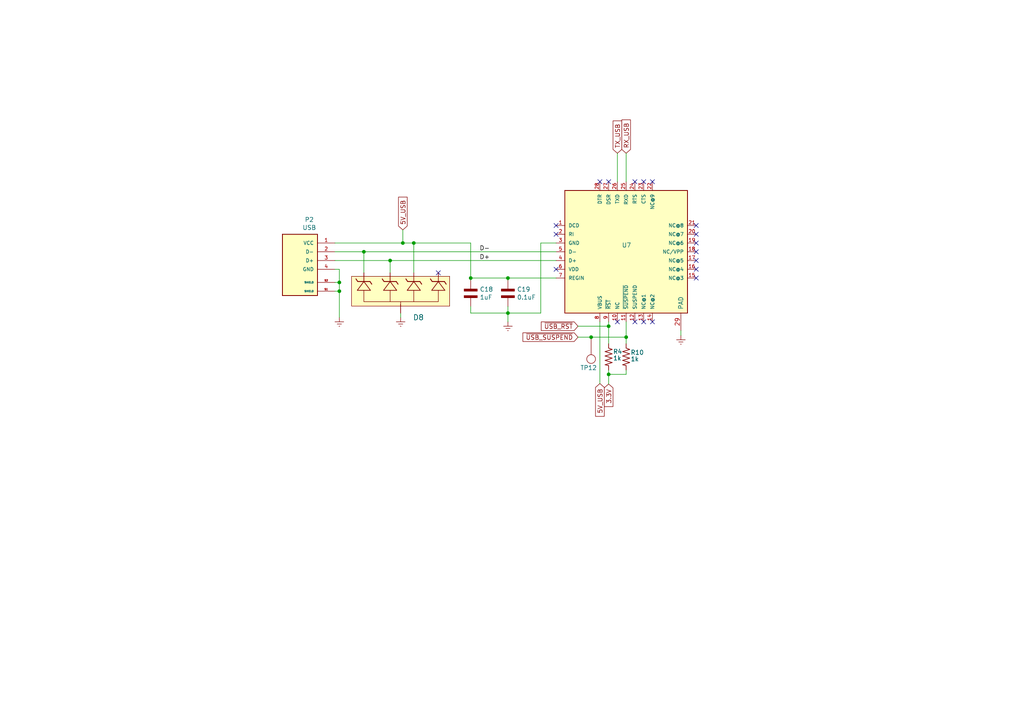
<source format=kicad_sch>
(kicad_sch (version 20211123) (generator eeschema)
  (paper "A4")
  (title_block (title "Liquids Engine Microcontroller USB") (date "2021-06-29") (rev "1.0") (company "Sun Devil Rocketry ") (comment 1 "Author: Colton Acosta"))
  (lib_symbols
    (symbol "Engine-Controller:CAP_0603" (pin_numbers hide) (pin_names (offset 1.016) hide)
      (property "Reference" "C" (at -1.27 3.81 0))
      (property "Value" "Engine-Controller_CAP_0603" (at -3.81 -3.81 0))
      (symbol "CAP_0603_0_0"
        (rectangle (start -1.27 -1.905) (end -0.635 1.905) (fill (type outline)))
        (rectangle (start 0.635 -1.905) (end 1.27 1.905) (fill (type outline)))
        (pin passive line (at 3.81 0 180) (length 2.54) (name "~") (number "1"))
        (pin passive line (at -3.81 0 0) (length 2.54) (name "~") (number "2"))
      )
    )
    (symbol "Engine-Controller:CP2102-GMR(QFN28)" (pin_names (offset 1.016))
      (property "Reference" "U" (at -15.24 19.05 0))
      (symbol "CP2102-GMR(QFN28)_0_0"
        (rectangle (start -17.78 17.78) (end 17.78 -17.78) (stroke (width 0.254)) (fill (type background)))
        (pin bidirectional line (at -20.32 7.62 0) (length 2.54) (name "DCD") (number "1"))
        (pin bidirectional line (at -2.54 -20.32 90) (length 2.54) (name "NC") (number "10"))
        (pin bidirectional line (at 0 -20.32 90) (length 2.54) (name "~{SUSPEND}") (number "11"))
        (pin bidirectional line (at 2.54 -20.32 90) (length 2.54) (name "SUSPEND") (number "12"))
        (pin bidirectional line (at 5.08 -20.32 90) (length 2.54) (name "NC@1") (number "13"))
        (pin bidirectional line (at 7.62 -20.32 90) (length 2.54) (name "NC@2") (number "14"))
        (pin bidirectional line (at 20.32 -7.62 180) (length 2.54) (name "NC@3") (number "15"))
        (pin bidirectional line (at 20.32 -5.08 180) (length 2.54) (name "NC@4") (number "16"))
        (pin bidirectional line (at 20.32 -2.54 180) (length 2.54) (name "NC@5") (number "17"))
        (pin bidirectional line (at 20.32 0 180) (length 2.54) (name "NC/VPP") (number "18"))
        (pin bidirectional line (at 20.32 2.54 180) (length 2.54) (name "NC@6") (number "19"))
        (pin bidirectional line (at -20.32 5.08 0) (length 2.54) (name "RI") (number "2"))
        (pin bidirectional line (at 20.32 5.08 180) (length 2.54) (name "NC@7") (number "20"))
        (pin bidirectional line (at 20.32 7.62 180) (length 2.54) (name "NC@8") (number "21"))
        (pin bidirectional line (at 7.62 20.32 270) (length 2.54) (name "NC@9") (number "22"))
        (pin bidirectional line (at 5.08 20.32 270) (length 2.54) (name "CTS") (number "23"))
        (pin bidirectional line (at 2.54 20.32 270) (length 2.54) (name "RTS") (number "24"))
        (pin bidirectional line (at 0 20.32 270) (length 2.54) (name "RXD") (number "25"))
        (pin bidirectional line (at -2.54 20.32 270) (length 2.54) (name "TXD") (number "26"))
        (pin bidirectional line (at -5.08 20.32 270) (length 2.54) (name "DSR") (number "27"))
        (pin bidirectional line (at -7.62 20.32 270) (length 2.54) (name "DTR") (number "28"))
        (pin power_in line (at -20.32 2.54 0) (length 2.54) (name "GND") (number "3"))
        (pin bidirectional line (at -20.32 -2.54 0) (length 2.54) (name "D+") (number "4"))
        (pin bidirectional line (at -20.32 0 0) (length 2.54) (name "D-") (number "5"))
        (pin bidirectional line (at -20.32 -5.08 0) (length 2.54) (name "VDD") (number "6"))
        (pin power_in line (at -20.32 -7.62 0) (length 2.54) (name "REGIN") (number "7"))
        (pin power_in line (at -7.62 -20.32 90) (length 2.54) (name "VBUS") (number "8"))
        (pin bidirectional line (at -5.08 -20.32 90) (length 2.54) (name "~{RST}") (number "9"))
      )
      (symbol "CP2102-GMR(QFN28)_1_1"
        (pin passive line (at 15.875 -22.86 90) (length 5.08) (name "PAD") (number "29"))
      )
    )
    (symbol "Engine-Controller:Earth" (power) (pin_names (offset 0))
      (symbol "Earth_0_1"
        (polyline (pts (xy -0.635 -1.905) (xy 0.635 -1.905)))
        (polyline (pts (xy -0.127 -2.54) (xy 0.127 -2.54)))
        (polyline (pts (xy 0 -1.27) (xy 0 0)))
        (polyline (pts (xy 1.27 -1.27) (xy -1.27 -1.27)))
      )
      (symbol "Earth_1_1"
        (pin power_in line (at 0 0 270) (length 0) hide (name "Earth") (number "1"))
      )
    )
    (symbol "Engine-Controller:RES_0603" (pin_numbers hide) (pin_names (offset 1.016) hide)
      (property "Reference" "R" (at -1.27 1.27 0))
      (property "Value" "Engine-Controller_RES_0603" (at -3.81 -2.54 0))
      (symbol "RES_0603_0_0"
        (polyline (pts (xy -2.54 0) (xy -2.159 1.016)) (stroke (width 0.2032)))
        (polyline (pts (xy -2.159 1.016) (xy -1.524 -1.016)) (stroke (width 0.2032)))
        (polyline (pts (xy -1.524 -1.016) (xy -0.889 1.016)) (stroke (width 0.2032)))
        (polyline (pts (xy -0.889 1.016) (xy -0.254 -1.016)) (stroke (width 0.2032)))
        (polyline (pts (xy -0.254 -1.016) (xy 0.381 1.016)) (stroke (width 0.2032)))
        (polyline (pts (xy 0.381 1.016) (xy 1.016 -1.016)) (stroke (width 0.2032)))
        (polyline (pts (xy 1.016 -1.016) (xy 1.651 1.016)) (stroke (width 0.2032)))
        (polyline (pts (xy 1.651 1.016) (xy 2.286 -1.016)) (stroke (width 0.2032)))
        (polyline (pts (xy 2.286 -1.016) (xy 2.54 0)) (stroke (width 0.2032)))
        (pin passive line (at -3.81 0 0) (length 1.27) (name "~") (number "1"))
        (pin passive line (at 3.81 0 180) (length 1.27) (name "~") (number "2"))
      )
    )
    (symbol "Engine-Controller:SP0504BAHTG" (pin_numbers hide) (pin_names hide)
      (property "Reference" "D" (at -15.748 2.54 0))
      (symbol "SP0504BAHTG_0_1"
        (rectangle (start -14.224 5.334) (end 14.224 -3.302) (stroke (width 0.1524)) (fill (type background)))
        (polyline (pts (xy -8.89 3.81) (xy -8.382 3.048)) (stroke (width 0.254)))
        (polyline (pts (xy -3.048 1.27) (xy -3.048 -2.032)) (stroke (width 0.1524)))
        (polyline (pts (xy 3.81 1.27) (xy 3.81 -2.032)) (stroke (width 0.1524)))
        (polyline (pts (xy -8.89 3.81) (xy -12.446 3.81) (xy -12.954 4.572)) (stroke (width 0.254)))
        (polyline (pts (xy 10.922 1.27) (xy 10.922 -1.778) (xy 10.922 -2.032) (xy 0 -2.032)) (stroke (width 0.1524)))
        (polyline (pts (xy -10.668 1.27) (xy -10.668 -2.032) (xy 0 -2.032) (xy 0 -2.794) (xy 0 -3.048)) (stroke (width 0.1524)))
      )
      (symbol "SP0504BAHTG_1_1"
        (polyline (pts (xy -12.573 1.27) (xy -8.763 1.27)) (stroke (width 0.2032)))
        (polyline (pts (xy -10.668 3.81) (xy -12.573 1.27)) (stroke (width 0.2032)))
        (polyline (pts (xy -8.763 1.27) (xy -10.668 3.81)) (stroke (width 0.2032)))
        (polyline (pts (xy -4.953 1.27) (xy -1.143 1.27)) (stroke (width 0.2032)))
        (polyline (pts (xy -3.048 3.81) (xy -4.953 1.27)) (stroke (width 0.2032)))
        (polyline (pts (xy -1.27 3.81) (xy -0.762 3.048)) (stroke (width 0.254)))
        (polyline (pts (xy -1.143 1.27) (xy -3.048 3.81)) (stroke (width 0.2032)))
        (polyline (pts (xy 1.905 1.27) (xy 5.715 1.27)) (stroke (width 0.2032)))
        (polyline (pts (xy 3.81 3.81) (xy 1.905 1.27)) (stroke (width 0.2032)))
        (polyline (pts (xy 5.588 3.81) (xy 6.096 3.048)) (stroke (width 0.254)))
        (polyline (pts (xy 5.715 1.27) (xy 3.81 3.81)) (stroke (width 0.2032)))
        (polyline (pts (xy 9.017 1.27) (xy 12.827 1.27)) (stroke (width 0.2032)))
        (polyline (pts (xy 10.922 3.81) (xy 9.017 1.27)) (stroke (width 0.2032)))
        (polyline (pts (xy 12.7 3.81) (xy 13.208 3.048)) (stroke (width 0.254)))
        (polyline (pts (xy 12.827 1.27) (xy 10.922 3.81)) (stroke (width 0.2032)))
        (polyline (pts (xy -1.27 3.81) (xy -4.826 3.81) (xy -5.334 4.572)) (stroke (width 0.254)))
        (polyline (pts (xy 5.588 3.81) (xy 2.032 3.81) (xy 1.524 4.572)) (stroke (width 0.254)))
        (polyline (pts (xy 12.7 3.81) (xy 9.144 3.81) (xy 8.636 4.572)) (stroke (width 0.254)))
        (pin passive line (at -10.668 6.35 270) (length 2.54) (name "~") (number "1"))
        (pin passive line (at 0 -5.334 90) (length 2.54) (name "~") (number "2"))
        (pin passive line (at -3.048 6.35 270) (length 2.54) (name "~") (number "3"))
        (pin passive line (at 3.81 6.35 270) (length 2.54) (name "~") (number "4"))
        (pin passive line (at 10.922 6.35 270) (length 2.54) (name "~") (number "5"))
      )
    )
    (symbol "Engine-Controller:TP" (pin_numbers hide) (pin_names (offset 1.016) hide)
      (property "Reference" "TP" (at 0 8.89 0))
      (property "Value" "Engine-Controller_TP" (at 0 8.89 0))
      (symbol "TP_0_1"
        (circle (center 0 6.35) (radius 1.27))
      )
      (symbol "TP_1_1"
        (pin passive line (at 0 0 90) (length 5.08) (name "~") (number "1"))
      )
    )
    (symbol "Engine-Controller:USB" (pin_names (offset 1.016))
      (property "Reference" "P" (at -5.08 10.922 0))
      (property "Value" "Engine-Controller_USB" (at -1.27 -12.7 0))
      (symbol "USB_0_0"
        (rectangle (start -5.08 -7.62) (end 5.08 10.16) (stroke (width 0.254)) (fill (type background)))
        (pin power_out line (at -10.16 7.62 0) (length 5.08) (name "VCC") (number "1"))
        (pin bidirectional line (at -10.16 5.08 0) (length 5.08) (name "D-") (number "2"))
        (pin bidirectional line (at -10.16 2.54 0) (length 5.08) (name "D+") (number "3"))
        (pin power_out line (at -10.16 0 0) (length 5.08) (name "GND") (number "4"))
        (pin passive line (at -10.16 -6.35 0) (length 5.08) (name "SHIELD") (number "S1"))
        (pin passive line (at -10.16 -3.81 0) (length 5.08) (name "SHIELD") (number "S2"))
      )
    )
  )
  (junction (at 105.537 73.025))
  (junction (at 98.425 84.455))
  (junction (at 147.32 90.805))
  (junction (at 136.525 80.645))
  (junction (at 113.157 75.565))
  (junction (at 98.425 81.915))
  (junction (at 116.84 70.485))
  (junction (at 176.53 94.615))
  (junction (at 171.45 97.79))
  (junction (at 176.53 108.585))
  (junction (at 147.32 80.645))
  (junction (at 120.015 70.485))
  (junction (at 181.61 97.79))
  (no_connect (at 173.99 52.705))
  (no_connect (at 201.93 73.025))
  (no_connect (at 186.69 52.705))
  (no_connect (at 127.127 79.121))
  (no_connect (at 189.23 52.705))
  (no_connect (at 201.93 65.405))
  (no_connect (at 161.29 65.405))
  (no_connect (at 186.69 93.345))
  (no_connect (at 201.93 75.565))
  (no_connect (at 184.15 52.705))
  (no_connect (at 201.93 78.105))
  (no_connect (at 176.53 52.705))
  (no_connect (at 161.29 67.945))
  (no_connect (at 184.15 93.345))
  (no_connect (at 179.07 93.345))
  (no_connect (at 201.93 67.945))
  (no_connect (at 201.93 80.645))
  (no_connect (at 189.23 93.345))
  (no_connect (at 161.29 78.105))
  (no_connect (at 201.93 70.485))
  (wire (pts (xy 147.32 80.645) (xy 161.29 80.645)))
  (wire (pts (xy 97.155 70.485) (xy 116.84 70.485)))
  (wire (pts (xy 105.537 73.025) (xy 161.29 73.025)))
  (wire (pts (xy 147.32 80.645) (xy 147.32 81.28)))
  (wire (pts (xy 181.61 97.79) (xy 181.61 93.345)))
  (wire (pts (xy 120.015 70.485) (xy 136.525 70.485)))
  (wire (pts (xy 97.155 78.105) (xy 98.425 78.105)))
  (wire (pts (xy 181.61 108.585) (xy 181.61 107.315)))
  (wire (pts (xy 136.525 90.805) (xy 147.32 90.805)))
  (wire (pts (xy 97.155 73.025) (xy 105.537 73.025)))
  (wire (pts (xy 161.29 70.485) (xy 156.845 70.485)))
  (wire (pts (xy 176.53 94.615) (xy 176.53 99.695)))
  (wire (pts (xy 167.64 94.615) (xy 176.53 94.615)))
  (wire (pts (xy 136.525 80.645) (xy 147.32 80.645)))
  (wire (pts (xy 176.53 107.315) (xy 176.53 108.585)))
  (wire (pts (xy 179.07 52.705) (xy 179.07 44.45)))
  (wire (pts (xy 98.425 84.455) (xy 98.425 92.075)))
  (wire (pts (xy 147.32 88.9) (xy 147.32 90.805)))
  (wire (pts (xy 171.45 97.79) (xy 181.61 97.79)))
  (wire (pts (xy 173.99 111.252) (xy 173.99 93.345)))
  (wire (pts (xy 181.61 97.79) (xy 181.61 99.695)))
  (wire (pts (xy 98.425 78.105) (xy 98.425 81.915)))
  (wire (pts (xy 97.155 84.455) (xy 98.425 84.455)))
  (wire (pts (xy 97.155 81.915) (xy 98.425 81.915)))
  (wire (pts (xy 176.53 108.585) (xy 176.53 111.379)))
  (wire (pts (xy 120.015 79.121) (xy 120.015 70.485)))
  (wire (pts (xy 147.32 93.345) (xy 147.32 90.805)))
  (wire (pts (xy 97.155 75.565) (xy 113.157 75.565)))
  (wire (pts (xy 181.61 52.705) (xy 181.61 44.45)))
  (wire (pts (xy 105.537 79.121) (xy 105.537 73.025)))
  (wire (pts (xy 197.485 95.885) (xy 197.485 97.282)))
  (wire (pts (xy 136.525 70.485) (xy 136.525 80.645)))
  (wire (pts (xy 167.64 97.79) (xy 171.45 97.79)))
  (wire (pts (xy 136.525 88.9) (xy 136.525 90.805)))
  (wire (pts (xy 116.84 70.485) (xy 116.84 66.675)))
  (wire (pts (xy 147.32 90.805) (xy 156.845 90.805)))
  (wire (pts (xy 176.53 93.345) (xy 176.53 94.615)))
  (wire (pts (xy 113.157 79.121) (xy 113.157 75.565)))
  (wire (pts (xy 156.845 70.485) (xy 156.845 90.805)))
  (wire (pts (xy 113.157 75.565) (xy 161.29 75.565)))
  (wire (pts (xy 98.425 81.915) (xy 98.425 84.455)))
  (wire (pts (xy 136.525 80.645) (xy 136.525 81.28)))
  (wire (pts (xy 181.61 108.585) (xy 176.53 108.585)))
  (wire (pts (xy 116.84 70.485) (xy 120.015 70.485)))
  (wire (pts (xy 116.205 90.805) (xy 116.205 92.075)))
  (label "D+" (at 139.065 75.565 0))
  (label "D-" (at 139.065 73.025 0))
  (global_label "5V_USB" (shape input) (at 116.84 66.675 90) (property "Intersheet References" "${INTERSHEET_REFS}" (effects hide)))
  (global_label "5V_USB" (shape input) (at 173.99 111.252 270) (property "Intersheet References" "${INTERSHEET_REFS}" (effects hide)))
  (global_label "~{USB_RST}" (shape input) (at 167.64 94.615 180) (property "Intersheet References" "${INTERSHEET_REFS}" (effects hide)))
  (global_label "3.3V" (shape input) (at 176.53 111.379 270) (property "Intersheet References" "${INTERSHEET_REFS}" (effects hide)))
  (global_label "~{USB_SUSPEND}" (shape input) (at 167.64 97.79 180) (property "Intersheet References" "${INTERSHEET_REFS}" (effects hide)))
  (global_label "RX_USB" (shape input) (at 181.61 44.45 90) (property "Intersheet References" "${INTERSHEET_REFS}" (effects hide)))
  (global_label "TX_USB" (shape input) (at 179.07 44.45 90) (property "Intersheet References" "${INTERSHEET_REFS}" (effects hide)))
  (symbol (lib_id "Engine-Controller:Earth") (at 98.425 92.075 0) (unit 1)
    (property "Reference" "#PWR0110" (effects hide))
    (property "Value" "Earth" (effects hide))
  )
  (symbol (lib_id "Engine-Controller:CP2102-GMR(QFN28)") (at 181.61 73.025 0) (unit 1)
    (property "Reference" "U7" (at 180.34 71.12 0) (effects (justify left)))
    (property "Value" "CP2102-GMR(QFN28)" (effects hide))
    (property "Footprint" "Engine-Controller:CP2012-GMR" (effects hide))
    (property "MPN" "CP2102-GMR" (effects hide))
  )
  (symbol (lib_id "Engine-Controller:SP0504BAHTG") (at 116.205 85.471 0) (unit 1)
    (property "Reference" "D8" (at 119.761 92.075 0) (effects (font (size 1.524 1.524)) (justify left)))
    (property "Value" "SP0504BAHTG" (effects hide))
    (property "Footprint" "SOD-123FL_MCC" (effects hide))
  )
  (symbol (lib_id "Engine-Controller:CAP_0603") (at 147.32 85.09 270) (unit 1)
    (property "Reference" "C19" (at 149.9362 83.9216 90) (effects (justify left)))
    (property "Value" "0.1uF" (at 149.9362 86.233 90) (effects (justify left)))
    (property "Footprint" "Engine-Controller:CAP_0603" (effects hide))
  )
  (symbol (lib_id "Engine-Controller:CAP_0603") (at 136.525 85.09 270) (unit 1)
    (property "Reference" "C18" (at 139.1412 83.9216 90) (effects (justify left)))
    (property "Value" "1uF" (at 139.1412 86.233 90) (effects (justify left)))
    (property "Footprint" "Engine-Controller:CAP_0603" (effects hide))
  )
  (symbol (lib_id "Engine-Controller:Earth") (at 147.32 93.345 0) (unit 1)
    (property "Reference" "#PWR014" (effects hide))
    (property "Value" "Earth" (effects hide))
  )
  (symbol (lib_id "Engine-Controller:Earth") (at 116.205 92.075 0) (unit 1)
    (property "Reference" "#PWR015" (effects hide))
    (property "Value" "Earth" (effects hide))
  )
  (symbol (lib_id "Engine-Controller:RES_0603") (at 176.53 103.505 270) (unit 1)
    (property "Reference" "R4" (at 177.8 101.981 90) (effects (justify left)))
    (property "Value" "1k" (at 177.8 103.886 90) (effects (justify left)))
    (property "Footprint" "Engine-Controller:RES_0603" (effects hide))
  )
  (symbol (lib_id "Engine-Controller:RES_0603") (at 181.61 103.505 270) (unit 1)
    (property "Reference" "R10" (at 182.88 102.235 90) (effects (justify left)))
    (property "Value" "1k" (at 182.88 104.14 90) (effects (justify left)))
    (property "Footprint" "Engine-Controller:RES_0603" (effects hide))
  )
  (symbol (lib_id "Engine-Controller:TP") (at 171.45 97.79 180) (unit 1)
    (property "Reference" "TP12" (at 168.275 106.68 0) (effects (justify right)))
    (property "Value" "TP" (effects hide))
    (property "Footprint" "Engine-Controller:TP" (effects hide))
  )
  (symbol (lib_id "Engine-Controller:Earth") (at 197.485 97.282 0) (unit 1)
    (property "Reference" "#PWR0122" (effects hide))
    (property "Value" "Earth" (effects hide))
  )
  (symbol (lib_id "Engine-Controller:USB") (at 86.995 78.105 0) (mirror y) (unit 1)
    (property "Reference" "P2" (at 89.7128 63.7032 0))
    (property "Value" "USB" (at 89.7128 66.0146 0))
    (property "Footprint" "Engine-Controller:USB-TypeB" (effects hide))
  )
)
</source>
